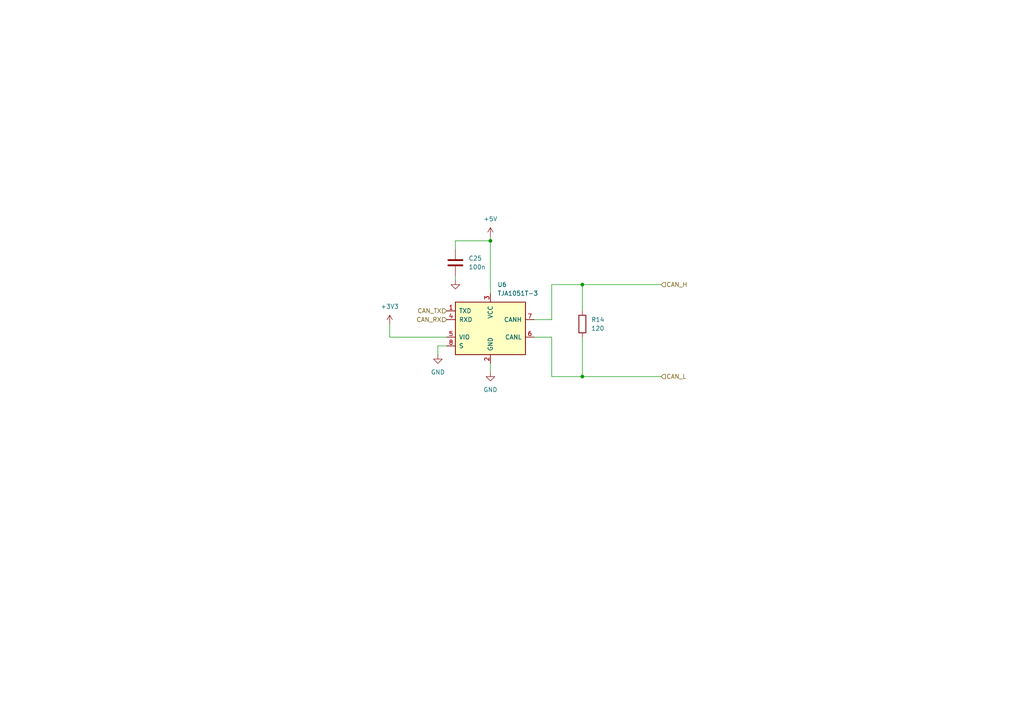
<source format=kicad_sch>
(kicad_sch (version 20211123) (generator eeschema)
  (paper "A4")
  (lib_symbols
    (symbol "Device:C" (pin_numbers hide) (pin_names (offset 0.254))
      (property "Reference" "C" (at 0.635 2.54 0))
      (property "Value" "C" (at 0.635 -2.54 0))
      (symbol "C_0_1"
        (polyline (pts (xy -2.032 -0.762) (xy 2.032 -0.762)) (stroke (width 0.508)))
        (polyline (pts (xy -2.032 0.762) (xy 2.032 0.762)) (stroke (width 0.508)))
      )
      (symbol "C_1_1"
        (pin passive line (at 0 3.81 270) (length 2.794) (name "~") (number "1"))
        (pin passive line (at 0 -3.81 90) (length 2.794) (name "~") (number "2"))
      )
    )
    (symbol "Device:R" (pin_numbers hide) (pin_names (offset 0))
      (property "Reference" "R" (at 2.032 0 90))
      (property "Value" "R" (at 0 0 90))
      (symbol "R_0_1"
        (rectangle (start -1.016 -2.54) (end 1.016 2.54) (stroke (width 0.254)))
      )
      (symbol "R_1_1"
        (pin passive line (at 0 3.81 270) (length 1.27) (name "~") (number "1"))
        (pin passive line (at 0 -3.81 90) (length 1.27) (name "~") (number "2"))
      )
    )
    (symbol "Interface_CAN_LIN:TJA1051T-3" (pin_names (offset 1.016))
      (property "Reference" "U" (at -10.16 8.89 0))
      (property "Value" "TJA1051T-3" (at 1.27 8.89 0))
      (symbol "TJA1051T-3_0_1"
        (rectangle (start -10.16 7.62) (end 10.16 -7.62) (stroke (width 0.254)) (fill (type background)))
      )
      (symbol "TJA1051T-3_1_1"
        (pin input line (at -12.7 5.08 0) (length 2.54) (name "TXD") (number "1"))
        (pin power_in line (at 0 -10.16 90) (length 2.54) (name "GND") (number "2"))
        (pin power_in line (at 0 10.16 270) (length 2.54) (name "VCC") (number "3"))
        (pin output line (at -12.7 2.54 0) (length 2.54) (name "RXD") (number "4"))
        (pin power_in line (at -12.7 -2.54 0) (length 2.54) (name "VIO") (number "5"))
        (pin bidirectional line (at 12.7 -2.54 180) (length 2.54) (name "CANL") (number "6"))
        (pin bidirectional line (at 12.7 2.54 180) (length 2.54) (name "CANH") (number "7"))
        (pin input line (at -12.7 -5.08 0) (length 2.54) (name "S") (number "8"))
      )
    )
    (symbol "power:+3.3V" (power) (pin_names (offset 0))
      (property "Value" "+3.3V" (at 0 3.556 0))
      (symbol "+3.3V_0_1"
        (polyline (pts (xy -0.762 1.27) (xy 0 2.54)))
        (polyline (pts (xy 0 0) (xy 0 2.54)))
        (polyline (pts (xy 0 2.54) (xy 0.762 1.27)))
      )
      (symbol "+3.3V_1_1"
        (pin power_in line (at 0 0 90) (length 0) hide (name "+3V3") (number "1"))
      )
    )
    (symbol "power:+5V" (power) (pin_names (offset 0))
      (property "Value" "+5V" (at 0 3.556 0))
      (symbol "+5V_0_1"
        (polyline (pts (xy -0.762 1.27) (xy 0 2.54)))
        (polyline (pts (xy 0 0) (xy 0 2.54)))
        (polyline (pts (xy 0 2.54) (xy 0.762 1.27)))
      )
      (symbol "+5V_1_1"
        (pin power_in line (at 0 0 90) (length 0) hide (name "+5V") (number "1"))
      )
    )
    (symbol "power:GND" (power) (pin_names (offset 0))
      (property "Value" "GND" (at 0 -3.81 0))
      (symbol "GND_0_1"
        (polyline (pts (xy 0 0) (xy 0 -1.27) (xy 1.27 -1.27) (xy 0 -2.54) (xy -1.27 -1.27) (xy 0 -1.27)))
      )
      (symbol "GND_1_1"
        (pin power_in line (at 0 0 270) (length 0) hide (name "GND") (number "1"))
      )
    )
  )
  (junction (at 142.24 69.85))
  (junction (at 168.91 82.55))
  (junction (at 168.91 109.22))
  (wire (pts (xy 142.24 105.41) (xy 142.24 107.95)))
  (wire (pts (xy 168.91 82.55) (xy 191.77 82.55)))
  (wire (pts (xy 168.91 82.55) (xy 168.91 90.17)))
  (wire (pts (xy 132.08 80.01) (xy 132.08 81.28)))
  (wire (pts (xy 168.91 97.79) (xy 168.91 109.22)))
  (wire (pts (xy 160.02 109.22) (xy 168.91 109.22)))
  (wire (pts (xy 160.02 92.71) (xy 160.02 82.55)))
  (wire (pts (xy 113.03 97.79) (xy 113.03 93.98)))
  (wire (pts (xy 154.94 97.79) (xy 160.02 97.79)))
  (wire (pts (xy 160.02 97.79) (xy 160.02 109.22)))
  (wire (pts (xy 168.91 109.22) (xy 191.77 109.22)))
  (wire (pts (xy 142.24 68.58) (xy 142.24 69.85)))
  (wire (pts (xy 129.54 100.33) (xy 127 100.33)))
  (wire (pts (xy 160.02 82.55) (xy 168.91 82.55)))
  (wire (pts (xy 142.24 69.85) (xy 142.24 85.09)))
  (wire (pts (xy 129.54 97.79) (xy 113.03 97.79)))
  (wire (pts (xy 154.94 92.71) (xy 160.02 92.71)))
  (wire (pts (xy 132.08 72.39) (xy 132.08 69.85)))
  (wire (pts (xy 127 100.33) (xy 127 102.87)))
  (wire (pts (xy 132.08 69.85) (xy 142.24 69.85)))
  (hierarchical_label "CAN_L" (shape input) (at 191.77 109.22 0))
  (hierarchical_label "CAN_RX" (shape input) (at 129.54 92.71 180))
  (hierarchical_label "CAN_TX" (shape input) (at 129.54 90.17 180))
  (hierarchical_label "CAN_H" (shape input) (at 191.77 82.55 0))
  (symbol (lib_id "Device:R") (at 168.91 93.98 0) (unit 1)
    (property "Reference" "R14" (at 171.45 92.7099 0) (effects (justify left)))
    (property "Value" "120" (at 171.45 95.2499 0) (effects (justify left)))
    (property "Footprint" "Resistor_SMD:R_0805_2012Metric" (effects hide))
    (property "LCSC" "C422823" (effects hide))
  )
  (symbol (lib_id "power:GND") (at 127 102.87 0) (unit 1)
    (property "Reference" "#PWR033" (effects hide))
    (property "Value" "GND" (at 127 107.95 0))
  )
  (symbol (lib_id "power:+5V") (at 142.24 68.58 0) (unit 1)
    (property "Reference" "#PWR035" (effects hide))
    (property "Value" "+5V" (at 142.24 63.5 0))
  )
  (symbol (lib_id "Interface_CAN_LIN:TJA1051T-3") (at 142.24 95.25 0) (unit 1)
    (property "Reference" "U6" (at 144.2594 82.55 0) (effects (justify left)))
    (property "Value" "TJA1051T-3" (at 144.2594 85.09 0) (effects (justify left)))
    (property "Footprint" "Package_SO:SOIC-8_3.9x4.9mm_P1.27mm" (effects hide))
    (property "Datasheet" "http://www.nxp.com/documents/data_sheet/TJA1051.pdf" (effects hide))
    (property "Manufacture Part Number" "TJA1051T/3,118" (effects hide))
    (property "LCSC" "C58988" (effects hide))
  )
  (symbol (lib_id "power:+3.3V") (at 113.03 93.98 0) (unit 1)
    (property "Reference" "#PWR032" (effects hide))
    (property "Value" "+3.3V" (at 113.03 88.9 0))
  )
  (symbol (lib_id "power:GND") (at 142.24 107.95 0) (unit 1)
    (property "Reference" "#PWR036" (effects hide))
    (property "Value" "GND" (at 142.24 113.03 0))
  )
  (symbol (lib_id "Device:C") (at 132.08 76.2 0) (unit 1)
    (property "Reference" "C25" (at 135.89 74.9299 0) (effects (justify left)))
    (property "Value" "100n" (at 135.89 77.4699 0) (effects (justify left)))
    (property "Footprint" "Capacitor_SMD:C_0805_2012Metric" (effects hide))
    (property "LCSC" "C344180" (effects hide))
  )
  (symbol (lib_id "power:GND") (at 132.08 81.28 0) (unit 1)
    (property "Reference" "#PWR034" (effects hide))
    (property "Value" "GND" (effects hide))
  )
)
</source>
